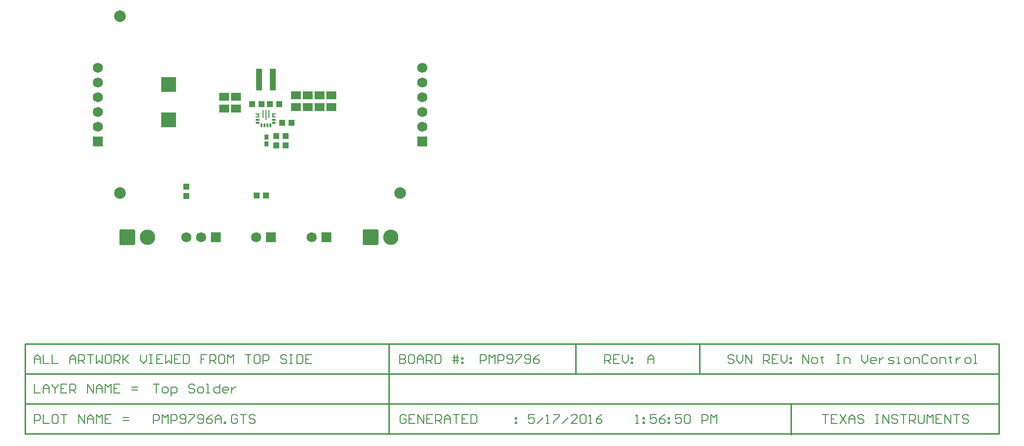
<source format=gts>
G04 Layer_Color=8388736*
%FSAX25Y25*%
%MOIN*%
G70*
G01*
G75*
%ADD22C,0.01000*%
%ADD26C,0.00800*%
G04:AMPARAMS|DCode=43|XSize=23.62mil|YSize=9.84mil|CornerRadius=1.97mil|HoleSize=0mil|Usage=FLASHONLY|Rotation=0.000|XOffset=0mil|YOffset=0mil|HoleType=Round|Shape=RoundedRectangle|*
%AMROUNDEDRECTD43*
21,1,0.02362,0.00591,0,0,0.0*
21,1,0.01969,0.00984,0,0,0.0*
1,1,0.00394,0.00984,-0.00295*
1,1,0.00394,-0.00984,-0.00295*
1,1,0.00394,-0.00984,0.00295*
1,1,0.00394,0.00984,0.00295*
%
%ADD43ROUNDEDRECTD43*%
G04:AMPARAMS|DCode=46|XSize=29.53mil|YSize=9.84mil|CornerRadius=1.97mil|HoleSize=0mil|Usage=FLASHONLY|Rotation=90.000|XOffset=0mil|YOffset=0mil|HoleType=Round|Shape=RoundedRectangle|*
%AMROUNDEDRECTD46*
21,1,0.02953,0.00591,0,0,90.0*
21,1,0.02559,0.00984,0,0,90.0*
1,1,0.00394,0.00295,0.01280*
1,1,0.00394,0.00295,-0.01280*
1,1,0.00394,-0.00295,-0.01280*
1,1,0.00394,-0.00295,0.01280*
%
%ADD46ROUNDEDRECTD46*%
G04:AMPARAMS|DCode=47|XSize=0mil|YSize=5.91mil|CornerRadius=0mil|HoleSize=0mil|Usage=FLASHONLY|Rotation=0.000|XOffset=0mil|YOffset=0mil|HoleType=Round|Shape=RoundedRectangle|*
%AMROUNDEDRECTD47*
21,1,0.00000,0.00591,0,0,0.0*
21,1,0.00000,0.00591,0,0,0.0*
1,1,0.00000,0.00000,-0.00295*
1,1,0.00000,0.00000,-0.00295*
1,1,0.00000,0.00000,0.00295*
1,1,0.00000,0.00000,0.00295*
%
%ADD47ROUNDEDRECTD47*%
%ADD48R,0.04200X0.15000*%
G04:AMPARAMS|DCode=49|XSize=13.45mil|YSize=27.62mil|CornerRadius=3.98mil|HoleSize=0mil|Usage=FLASHONLY|Rotation=270.000|XOffset=0mil|YOffset=0mil|HoleType=Round|Shape=RoundedRectangle|*
%AMROUNDEDRECTD49*
21,1,0.01345,0.01965,0,0,270.0*
21,1,0.00548,0.02762,0,0,270.0*
1,1,0.00797,-0.00983,-0.00274*
1,1,0.00797,-0.00983,0.00274*
1,1,0.00797,0.00983,0.00274*
1,1,0.00797,0.00983,-0.00274*
%
%ADD49ROUNDEDRECTD49*%
G04:AMPARAMS|DCode=50|XSize=13.45mil|YSize=27.62mil|CornerRadius=3.98mil|HoleSize=0mil|Usage=FLASHONLY|Rotation=0.000|XOffset=0mil|YOffset=0mil|HoleType=Round|Shape=RoundedRectangle|*
%AMROUNDEDRECTD50*
21,1,0.01345,0.01965,0,0,0.0*
21,1,0.00548,0.02762,0,0,0.0*
1,1,0.00797,0.00274,-0.00983*
1,1,0.00797,-0.00274,-0.00983*
1,1,0.00797,-0.00274,0.00983*
1,1,0.00797,0.00274,0.00983*
%
%ADD50ROUNDEDRECTD50*%
G04:AMPARAMS|DCode=51|XSize=9.84mil|YSize=53.15mil|CornerRadius=0.93mil|HoleSize=0mil|Usage=FLASHONLY|Rotation=0.000|XOffset=0mil|YOffset=0mil|HoleType=Round|Shape=RoundedRectangle|*
%AMROUNDEDRECTD51*
21,1,0.00984,0.05130,0,0,0.0*
21,1,0.00799,0.05315,0,0,0.0*
1,1,0.00185,0.00400,-0.02565*
1,1,0.00185,-0.00400,-0.02565*
1,1,0.00185,-0.00400,0.02565*
1,1,0.00185,0.00400,0.02565*
%
%ADD51ROUNDEDRECTD51*%
G04:AMPARAMS|DCode=52|XSize=9.84mil|YSize=66.93mil|CornerRadius=0.93mil|HoleSize=0mil|Usage=FLASHONLY|Rotation=0.000|XOffset=0mil|YOffset=0mil|HoleType=Round|Shape=RoundedRectangle|*
%AMROUNDEDRECTD52*
21,1,0.00984,0.06508,0,0,0.0*
21,1,0.00799,0.06693,0,0,0.0*
1,1,0.00185,0.00400,-0.03254*
1,1,0.00185,-0.00400,-0.03254*
1,1,0.00185,-0.00400,0.03254*
1,1,0.00185,0.00400,0.03254*
%
%ADD52ROUNDEDRECTD52*%
%ADD53C,0.07874*%
%ADD54R,0.10046X0.10439*%
%ADD55R,0.06700X0.05400*%
%ADD56R,0.04337X0.04140*%
%ADD57R,0.02762X0.03550*%
%ADD58R,0.04140X0.04337*%
%ADD59C,0.06896*%
G04:AMPARAMS|DCode=60|XSize=68.96mil|YSize=68.96mil|CornerRadius=3.95mil|HoleSize=0mil|Usage=FLASHONLY|Rotation=90.000|XOffset=0mil|YOffset=0mil|HoleType=Round|Shape=RoundedRectangle|*
%AMROUNDEDRECTD60*
21,1,0.06896,0.06106,0,0,90.0*
21,1,0.06106,0.06896,0,0,90.0*
1,1,0.00790,0.03053,0.03053*
1,1,0.00790,0.03053,-0.03053*
1,1,0.00790,-0.03053,-0.03053*
1,1,0.00790,-0.03053,0.03053*
%
%ADD60ROUNDEDRECTD60*%
%ADD61R,0.06896X0.06896*%
G04:AMPARAMS|DCode=62|XSize=68.96mil|YSize=68.96mil|CornerRadius=3.95mil|HoleSize=0mil|Usage=FLASHONLY|Rotation=180.000|XOffset=0mil|YOffset=0mil|HoleType=Round|Shape=RoundedRectangle|*
%AMROUNDEDRECTD62*
21,1,0.06896,0.06106,0,0,180.0*
21,1,0.06106,0.06896,0,0,180.0*
1,1,0.00790,-0.03053,0.03053*
1,1,0.00790,0.03053,0.03053*
1,1,0.00790,0.03053,-0.03053*
1,1,0.00790,-0.03053,-0.03053*
%
%ADD62ROUNDEDRECTD62*%
%ADD63C,0.10400*%
G04:AMPARAMS|DCode=64|XSize=104mil|YSize=104mil|CornerRadius=4mil|HoleSize=0mil|Usage=FLASHONLY|Rotation=0.000|XOffset=0mil|YOffset=0mil|HoleType=Round|Shape=RoundedRectangle|*
%AMROUNDEDRECTD64*
21,1,0.10400,0.09600,0,0,0.0*
21,1,0.09600,0.10400,0,0,0.0*
1,1,0.00800,0.04800,-0.04800*
1,1,0.00800,-0.04800,-0.04800*
1,1,0.00800,-0.04800,0.04800*
1,1,0.00800,0.04800,0.04800*
%
%ADD64ROUNDEDRECTD64*%
G54D22*
X0559400Y0039400D02*
Y0059683D01*
X0440500Y0040050D02*
X0700200D01*
Y0101050D01*
X0286500Y0040050D02*
Y0101050D01*
X0040000Y0040050D02*
Y0101050D01*
X0040050Y0040050D02*
X0197600D01*
X0040050D02*
Y0101050D01*
Y0101050D02*
X0700200D01*
X0040000Y0040050D02*
X0440500D01*
X0040000Y0060383D02*
X0700000D01*
X0040000Y0080717D02*
X0700200D01*
X0413200D02*
Y0101050D01*
X0497200Y0080717D02*
Y0101050D01*
G54D26*
X0126900Y0073549D02*
X0130899D01*
X0128899D01*
Y0067551D01*
X0133898D02*
X0135897D01*
X0136897Y0068550D01*
Y0070550D01*
X0135897Y0071549D01*
X0133898D01*
X0132898Y0070550D01*
Y0068550D01*
X0133898Y0067551D01*
X0138896Y0065551D02*
Y0071549D01*
X0141895D01*
X0142895Y0070550D01*
Y0068550D01*
X0141895Y0067551D01*
X0138896D01*
X0154891Y0072549D02*
X0153891Y0073549D01*
X0151892D01*
X0150892Y0072549D01*
Y0071549D01*
X0151892Y0070550D01*
X0153891D01*
X0154891Y0069550D01*
Y0068550D01*
X0153891Y0067551D01*
X0151892D01*
X0150892Y0068550D01*
X0157890Y0067551D02*
X0159889D01*
X0160889Y0068550D01*
Y0070550D01*
X0159889Y0071549D01*
X0157890D01*
X0156890Y0070550D01*
Y0068550D01*
X0157890Y0067551D01*
X0162888D02*
X0164888D01*
X0163888D01*
Y0073549D01*
X0162888D01*
X0171885D02*
Y0067551D01*
X0168886D01*
X0167887Y0068550D01*
Y0070550D01*
X0168886Y0071549D01*
X0171885D01*
X0176884Y0067551D02*
X0174884D01*
X0173885Y0068550D01*
Y0070550D01*
X0174884Y0071549D01*
X0176884D01*
X0177884Y0070550D01*
Y0069550D01*
X0173885D01*
X0179883Y0071549D02*
Y0067551D01*
Y0069550D01*
X0180883Y0070550D01*
X0181882Y0071549D01*
X0182882D01*
X0126900Y0073549D02*
X0130899D01*
X0128899D01*
Y0067551D01*
X0133898D02*
X0135897D01*
X0136897Y0068550D01*
Y0070550D01*
X0135897Y0071549D01*
X0133898D01*
X0132898Y0070550D01*
Y0068550D01*
X0133898Y0067551D01*
X0138896Y0065551D02*
Y0071549D01*
X0141895D01*
X0142895Y0070550D01*
Y0068550D01*
X0141895Y0067551D01*
X0138896D01*
X0154891Y0072549D02*
X0153891Y0073549D01*
X0151892D01*
X0150892Y0072549D01*
Y0071549D01*
X0151892Y0070550D01*
X0153891D01*
X0154891Y0069550D01*
Y0068550D01*
X0153891Y0067551D01*
X0151892D01*
X0150892Y0068550D01*
X0157890Y0067551D02*
X0159889D01*
X0160889Y0068550D01*
Y0070550D01*
X0159889Y0071549D01*
X0157890D01*
X0156890Y0070550D01*
Y0068550D01*
X0157890Y0067551D01*
X0162888D02*
X0164888D01*
X0163888D01*
Y0073549D01*
X0162888D01*
X0171885D02*
Y0067551D01*
X0168886D01*
X0167887Y0068550D01*
Y0070550D01*
X0168886Y0071549D01*
X0171885D01*
X0176884Y0067551D02*
X0174884D01*
X0173885Y0068550D01*
Y0070550D01*
X0174884Y0071549D01*
X0176884D01*
X0177884Y0070550D01*
Y0069550D01*
X0173885D01*
X0179883Y0071549D02*
Y0067551D01*
Y0069550D01*
X0180883Y0070550D01*
X0181882Y0071549D01*
X0182882D01*
X0580500Y0052965D02*
X0584499D01*
X0582499D01*
Y0046966D01*
X0590497Y0052965D02*
X0586498D01*
Y0046966D01*
X0590497D01*
X0586498Y0049966D02*
X0588497D01*
X0592496Y0052965D02*
X0596495Y0046966D01*
Y0052965D02*
X0592496Y0046966D01*
X0598494D02*
Y0050965D01*
X0600493Y0052965D01*
X0602493Y0050965D01*
Y0046966D01*
Y0049966D01*
X0598494D01*
X0608491Y0051965D02*
X0607491Y0052965D01*
X0605492D01*
X0604492Y0051965D01*
Y0050965D01*
X0605492Y0049966D01*
X0607491D01*
X0608491Y0048966D01*
Y0047966D01*
X0607491Y0046966D01*
X0605492D01*
X0604492Y0047966D01*
X0616488Y0052965D02*
X0618488D01*
X0617488D01*
Y0046966D01*
X0616488D01*
X0618488D01*
X0621487D02*
Y0052965D01*
X0625486Y0046966D01*
Y0052965D01*
X0631484Y0051965D02*
X0630484Y0052965D01*
X0628484D01*
X0627485Y0051965D01*
Y0050965D01*
X0628484Y0049966D01*
X0630484D01*
X0631484Y0048966D01*
Y0047966D01*
X0630484Y0046966D01*
X0628484D01*
X0627485Y0047966D01*
X0633483Y0052965D02*
X0637482D01*
X0635482D01*
Y0046966D01*
X0639481D02*
Y0052965D01*
X0642480D01*
X0643480Y0051965D01*
Y0049966D01*
X0642480Y0048966D01*
X0639481D01*
X0641480D02*
X0643480Y0046966D01*
X0645479Y0052965D02*
Y0047966D01*
X0646479Y0046966D01*
X0648478D01*
X0649478Y0047966D01*
Y0052965D01*
X0651477Y0046966D02*
Y0052965D01*
X0653476Y0050965D01*
X0655476Y0052965D01*
Y0046966D01*
X0661474Y0052965D02*
X0657475D01*
Y0046966D01*
X0661474D01*
X0657475Y0049966D02*
X0659474D01*
X0663473Y0046966D02*
Y0052965D01*
X0667472Y0046966D01*
Y0052965D01*
X0669471D02*
X0673470D01*
X0671471D01*
Y0046966D01*
X0679468Y0051965D02*
X0678468Y0052965D01*
X0676469D01*
X0675469Y0051965D01*
Y0050965D01*
X0676469Y0049966D01*
X0678468D01*
X0679468Y0048966D01*
Y0047966D01*
X0678468Y0046966D01*
X0676469D01*
X0675469Y0047966D01*
X0454050Y0046966D02*
X0456049D01*
X0455050D01*
Y0052965D01*
X0454050Y0051965D01*
X0459048Y0050965D02*
X0460048D01*
Y0049966D01*
X0459048D01*
Y0050965D01*
Y0047966D02*
X0460048D01*
Y0046966D01*
X0459048D01*
Y0047966D01*
X0468046Y0052965D02*
X0464047D01*
Y0049966D01*
X0466046Y0050965D01*
X0467046D01*
X0468046Y0049966D01*
Y0047966D01*
X0467046Y0046966D01*
X0465046D01*
X0464047Y0047966D01*
X0474044Y0052965D02*
X0472044Y0051965D01*
X0470045Y0049966D01*
Y0047966D01*
X0471044Y0046966D01*
X0473044D01*
X0474044Y0047966D01*
Y0048966D01*
X0473044Y0049966D01*
X0470045D01*
X0476043Y0050965D02*
X0477043D01*
Y0049966D01*
X0476043D01*
Y0050965D01*
Y0047966D02*
X0477043D01*
Y0046966D01*
X0476043D01*
Y0047966D01*
X0485040Y0052965D02*
X0481041D01*
Y0049966D01*
X0483041Y0050965D01*
X0484040D01*
X0485040Y0049966D01*
Y0047966D01*
X0484040Y0046966D01*
X0482041D01*
X0481041Y0047966D01*
X0487039Y0051965D02*
X0488039Y0052965D01*
X0490038D01*
X0491038Y0051965D01*
Y0047966D01*
X0490038Y0046966D01*
X0488039D01*
X0487039Y0047966D01*
Y0051965D01*
X0499035Y0046966D02*
Y0052965D01*
X0502035D01*
X0503034Y0051965D01*
Y0049966D01*
X0502035Y0048966D01*
X0499035D01*
X0505033Y0046966D02*
Y0052965D01*
X0507033Y0050965D01*
X0509032Y0052965D01*
Y0046966D01*
X0046350D02*
Y0052965D01*
X0049349D01*
X0050349Y0051965D01*
Y0049966D01*
X0049349Y0048966D01*
X0046350D01*
X0052348Y0052965D02*
Y0046966D01*
X0056347D01*
X0061345Y0052965D02*
X0059346D01*
X0058346Y0051965D01*
Y0047966D01*
X0059346Y0046966D01*
X0061345D01*
X0062345Y0047966D01*
Y0051965D01*
X0061345Y0052965D01*
X0064344D02*
X0068343D01*
X0066343D01*
Y0046966D01*
X0076340D02*
Y0052965D01*
X0080339Y0046966D01*
Y0052965D01*
X0082338Y0046966D02*
Y0050965D01*
X0084338Y0052965D01*
X0086337Y0050965D01*
Y0046966D01*
Y0049966D01*
X0082338D01*
X0088336Y0046966D02*
Y0052965D01*
X0090336Y0050965D01*
X0092335Y0052965D01*
Y0046966D01*
X0098333Y0052965D02*
X0094335D01*
Y0046966D01*
X0098333D01*
X0094335Y0049966D02*
X0096334D01*
X0106331Y0048966D02*
X0110329D01*
X0106331Y0050965D02*
X0110329D01*
X0046350Y0073549D02*
Y0067551D01*
X0050349D01*
X0052348D02*
Y0071549D01*
X0054347Y0073549D01*
X0056347Y0071549D01*
Y0067551D01*
Y0070550D01*
X0052348D01*
X0058346Y0073549D02*
Y0072549D01*
X0060346Y0070550D01*
X0062345Y0072549D01*
Y0073549D01*
X0060346Y0070550D02*
Y0067551D01*
X0068343Y0073549D02*
X0064344D01*
Y0067551D01*
X0068343D01*
X0064344Y0070550D02*
X0066343D01*
X0070342Y0067551D02*
Y0073549D01*
X0073341D01*
X0074341Y0072549D01*
Y0070550D01*
X0073341Y0069550D01*
X0070342D01*
X0072342D02*
X0074341Y0067551D01*
X0082338D02*
Y0073549D01*
X0086337Y0067551D01*
Y0073549D01*
X0088336Y0067551D02*
Y0071549D01*
X0090336Y0073549D01*
X0092335Y0071549D01*
Y0067551D01*
Y0070550D01*
X0088336D01*
X0094335Y0067551D02*
Y0073549D01*
X0096334Y0071549D01*
X0098333Y0073549D01*
Y0067551D01*
X0104331Y0073549D02*
X0100332D01*
Y0067551D01*
X0104331D01*
X0100332Y0070550D02*
X0102332D01*
X0112329Y0069550D02*
X0116327D01*
X0112329Y0071549D02*
X0116327D01*
X0294000Y0093831D02*
Y0087833D01*
X0296999D01*
X0297999Y0088833D01*
Y0089833D01*
X0296999Y0090832D01*
X0294000D01*
X0296999D01*
X0297999Y0091832D01*
Y0092832D01*
X0296999Y0093831D01*
X0294000D01*
X0302997D02*
X0300998D01*
X0299998Y0092832D01*
Y0088833D01*
X0300998Y0087833D01*
X0302997D01*
X0303997Y0088833D01*
Y0092832D01*
X0302997Y0093831D01*
X0305996Y0087833D02*
Y0091832D01*
X0307996Y0093831D01*
X0309995Y0091832D01*
Y0087833D01*
Y0090832D01*
X0305996D01*
X0311994Y0087833D02*
Y0093831D01*
X0314993D01*
X0315993Y0092832D01*
Y0090832D01*
X0314993Y0089833D01*
X0311994D01*
X0313994D02*
X0315993Y0087833D01*
X0317992Y0093831D02*
Y0087833D01*
X0320991D01*
X0321991Y0088833D01*
Y0092832D01*
X0320991Y0093831D01*
X0317992D01*
X0330988Y0087833D02*
Y0093831D01*
X0332987D02*
Y0087833D01*
X0329988Y0091832D02*
X0332987D01*
X0333987D01*
X0329988Y0089833D02*
X0333987D01*
X0335986Y0091832D02*
X0336986D01*
Y0090832D01*
X0335986D01*
Y0091832D01*
Y0088833D02*
X0336986D01*
Y0087833D01*
X0335986D01*
Y0088833D01*
X0348550Y0087833D02*
Y0093831D01*
X0351549D01*
X0352549Y0092832D01*
Y0090832D01*
X0351549Y0089833D01*
X0348550D01*
X0354548Y0087833D02*
Y0093831D01*
X0356547Y0091832D01*
X0358547Y0093831D01*
Y0087833D01*
X0360546D02*
Y0093831D01*
X0363545D01*
X0364545Y0092832D01*
Y0090832D01*
X0363545Y0089833D01*
X0360546D01*
X0366544Y0088833D02*
X0367544Y0087833D01*
X0369543D01*
X0370543Y0088833D01*
Y0092832D01*
X0369543Y0093831D01*
X0367544D01*
X0366544Y0092832D01*
Y0091832D01*
X0367544Y0090832D01*
X0370543D01*
X0372542Y0093831D02*
X0376541D01*
Y0092832D01*
X0372542Y0088833D01*
Y0087833D01*
X0378540Y0088833D02*
X0379540Y0087833D01*
X0381539D01*
X0382539Y0088833D01*
Y0092832D01*
X0381539Y0093831D01*
X0379540D01*
X0378540Y0092832D01*
Y0091832D01*
X0379540Y0090832D01*
X0382539D01*
X0388537Y0093831D02*
X0386538Y0092832D01*
X0384538Y0090832D01*
Y0088833D01*
X0385538Y0087833D01*
X0387537D01*
X0388537Y0088833D01*
Y0089833D01*
X0387537Y0090832D01*
X0384538D01*
X0462150Y0087833D02*
Y0091832D01*
X0464149Y0093831D01*
X0466149Y0091832D01*
Y0087833D01*
Y0090832D01*
X0462150D01*
X0046350Y0087833D02*
Y0091832D01*
X0048349Y0093831D01*
X0050349Y0091832D01*
Y0087833D01*
Y0090832D01*
X0046350D01*
X0052348Y0093831D02*
Y0087833D01*
X0056347D01*
X0058346Y0093831D02*
Y0087833D01*
X0062345D01*
X0070342D02*
Y0091832D01*
X0072342Y0093831D01*
X0074341Y0091832D01*
Y0087833D01*
Y0090832D01*
X0070342D01*
X0076340Y0087833D02*
Y0093831D01*
X0079339D01*
X0080339Y0092832D01*
Y0090832D01*
X0079339Y0089833D01*
X0076340D01*
X0078340D02*
X0080339Y0087833D01*
X0082338Y0093831D02*
X0086337D01*
X0084338D01*
Y0087833D01*
X0088336Y0093831D02*
Y0087833D01*
X0090336Y0089833D01*
X0092335Y0087833D01*
Y0093831D01*
X0097334D02*
X0095334D01*
X0094335Y0092832D01*
Y0088833D01*
X0095334Y0087833D01*
X0097334D01*
X0098333Y0088833D01*
Y0092832D01*
X0097334Y0093831D01*
X0100332Y0087833D02*
Y0093831D01*
X0103332D01*
X0104331Y0092832D01*
Y0090832D01*
X0103332Y0089833D01*
X0100332D01*
X0102332D02*
X0104331Y0087833D01*
X0106331Y0093831D02*
Y0087833D01*
Y0089833D01*
X0110329Y0093831D01*
X0107330Y0090832D01*
X0110329Y0087833D01*
X0118327Y0093831D02*
Y0089833D01*
X0120326Y0087833D01*
X0122325Y0089833D01*
Y0093831D01*
X0124325D02*
X0126324D01*
X0125324D01*
Y0087833D01*
X0124325D01*
X0126324D01*
X0133322Y0093831D02*
X0129323D01*
Y0087833D01*
X0133322D01*
X0129323Y0090832D02*
X0131323D01*
X0135321Y0093831D02*
Y0087833D01*
X0137321Y0089833D01*
X0139320Y0087833D01*
Y0093831D01*
X0145318D02*
X0141319D01*
Y0087833D01*
X0145318D01*
X0141319Y0090832D02*
X0143319D01*
X0147317Y0093831D02*
Y0087833D01*
X0150316D01*
X0151316Y0088833D01*
Y0092832D01*
X0150316Y0093831D01*
X0147317D01*
X0163312D02*
X0159313D01*
Y0090832D01*
X0161313D01*
X0159313D01*
Y0087833D01*
X0165312D02*
Y0093831D01*
X0168310D01*
X0169310Y0092832D01*
Y0090832D01*
X0168310Y0089833D01*
X0165312D01*
X0167311D02*
X0169310Y0087833D01*
X0174309Y0093831D02*
X0172309D01*
X0171310Y0092832D01*
Y0088833D01*
X0172309Y0087833D01*
X0174309D01*
X0175308Y0088833D01*
Y0092832D01*
X0174309Y0093831D01*
X0177308Y0087833D02*
Y0093831D01*
X0179307Y0091832D01*
X0181306Y0093831D01*
Y0087833D01*
X0189304Y0093831D02*
X0193303D01*
X0191303D01*
Y0087833D01*
X0198301Y0093831D02*
X0196301D01*
X0195302Y0092832D01*
Y0088833D01*
X0196301Y0087833D01*
X0198301D01*
X0199301Y0088833D01*
Y0092832D01*
X0198301Y0093831D01*
X0201300Y0087833D02*
Y0093831D01*
X0204299D01*
X0205299Y0092832D01*
Y0090832D01*
X0204299Y0089833D01*
X0201300D01*
X0217295Y0092832D02*
X0216295Y0093831D01*
X0214296D01*
X0213296Y0092832D01*
Y0091832D01*
X0214296Y0090832D01*
X0216295D01*
X0217295Y0089833D01*
Y0088833D01*
X0216295Y0087833D01*
X0214296D01*
X0213296Y0088833D01*
X0219294Y0093831D02*
X0221293D01*
X0220294D01*
Y0087833D01*
X0219294D01*
X0221293D01*
X0224292Y0093831D02*
Y0087833D01*
X0227291D01*
X0228291Y0088833D01*
Y0092832D01*
X0227291Y0093831D01*
X0224292D01*
X0234289D02*
X0230291D01*
Y0087833D01*
X0234289D01*
X0230291Y0090832D02*
X0232290D01*
X0298199Y0051965D02*
X0297199Y0052965D01*
X0295200D01*
X0294200Y0051965D01*
Y0047966D01*
X0295200Y0046966D01*
X0297199D01*
X0298199Y0047966D01*
Y0049966D01*
X0296199D01*
X0304197Y0052965D02*
X0300198D01*
Y0046966D01*
X0304197D01*
X0300198Y0049966D02*
X0302197D01*
X0306196Y0046966D02*
Y0052965D01*
X0310195Y0046966D01*
Y0052965D01*
X0316193D02*
X0312194D01*
Y0046966D01*
X0316193D01*
X0312194Y0049966D02*
X0314194D01*
X0318192Y0046966D02*
Y0052965D01*
X0321191D01*
X0322191Y0051965D01*
Y0049966D01*
X0321191Y0048966D01*
X0318192D01*
X0320192D02*
X0322191Y0046966D01*
X0324190D02*
Y0050965D01*
X0326190Y0052965D01*
X0328189Y0050965D01*
Y0046966D01*
Y0049966D01*
X0324190D01*
X0330188Y0052965D02*
X0334187D01*
X0332188D01*
Y0046966D01*
X0340185Y0052965D02*
X0336186D01*
Y0046966D01*
X0340185D01*
X0336186Y0049966D02*
X0338186D01*
X0342184Y0052965D02*
Y0046966D01*
X0345183D01*
X0346183Y0047966D01*
Y0051965D01*
X0345183Y0052965D01*
X0342184D01*
X0372175Y0050965D02*
X0373175D01*
Y0049966D01*
X0372175D01*
Y0050965D01*
Y0047966D02*
X0373175D01*
Y0046966D01*
X0372175D01*
Y0047966D01*
X0385149Y0052965D02*
X0381150D01*
Y0049966D01*
X0383149Y0050965D01*
X0384149D01*
X0385149Y0049966D01*
Y0047966D01*
X0384149Y0046966D01*
X0382150D01*
X0381150Y0047966D01*
X0387148Y0046966D02*
X0391147Y0050965D01*
X0393146Y0046966D02*
X0395146D01*
X0394146D01*
Y0052965D01*
X0393146Y0051965D01*
X0398145Y0052965D02*
X0402143D01*
Y0051965D01*
X0398145Y0047966D01*
Y0046966D01*
X0404143D02*
X0408141Y0050965D01*
X0414139Y0046966D02*
X0410141D01*
X0414139Y0050965D01*
Y0051965D01*
X0413140Y0052965D01*
X0411140D01*
X0410141Y0051965D01*
X0416139D02*
X0417138Y0052965D01*
X0419138D01*
X0420137Y0051965D01*
Y0047966D01*
X0419138Y0046966D01*
X0417138D01*
X0416139Y0047966D01*
Y0051965D01*
X0422137Y0046966D02*
X0424136D01*
X0423136D01*
Y0052965D01*
X0422137Y0051965D01*
X0431134Y0052965D02*
X0429135Y0051965D01*
X0427135Y0049966D01*
Y0047966D01*
X0428135Y0046966D01*
X0430134D01*
X0431134Y0047966D01*
Y0048966D01*
X0430134Y0049966D01*
X0427135D01*
X0126900Y0046966D02*
Y0052965D01*
X0129899D01*
X0130899Y0051965D01*
Y0049966D01*
X0129899Y0048966D01*
X0126900D01*
X0132898Y0046966D02*
Y0052965D01*
X0134897Y0050965D01*
X0136897Y0052965D01*
Y0046966D01*
X0138896D02*
Y0052965D01*
X0141895D01*
X0142895Y0051965D01*
Y0049966D01*
X0141895Y0048966D01*
X0138896D01*
X0144894Y0047966D02*
X0145894Y0046966D01*
X0147893D01*
X0148893Y0047966D01*
Y0051965D01*
X0147893Y0052965D01*
X0145894D01*
X0144894Y0051965D01*
Y0050965D01*
X0145894Y0049966D01*
X0148893D01*
X0150892Y0052965D02*
X0154891D01*
Y0051965D01*
X0150892Y0047966D01*
Y0046966D01*
X0156890Y0047966D02*
X0157890Y0046966D01*
X0159889D01*
X0160889Y0047966D01*
Y0051965D01*
X0159889Y0052965D01*
X0157890D01*
X0156890Y0051965D01*
Y0050965D01*
X0157890Y0049966D01*
X0160889D01*
X0166887Y0052965D02*
X0164888Y0051965D01*
X0162888Y0049966D01*
Y0047966D01*
X0163888Y0046966D01*
X0165887D01*
X0166887Y0047966D01*
Y0048966D01*
X0165887Y0049966D01*
X0162888D01*
X0168886Y0046966D02*
Y0050965D01*
X0170886Y0052965D01*
X0172885Y0050965D01*
Y0046966D01*
Y0049966D01*
X0168886D01*
X0174884Y0046966D02*
Y0047966D01*
X0175884D01*
Y0046966D01*
X0174884D01*
X0183882Y0051965D02*
X0182882Y0052965D01*
X0180883D01*
X0179883Y0051965D01*
Y0047966D01*
X0180883Y0046966D01*
X0182882D01*
X0183882Y0047966D01*
Y0049966D01*
X0181882D01*
X0185881Y0052965D02*
X0189880D01*
X0187880D01*
Y0046966D01*
X0195878Y0051965D02*
X0194878Y0052965D01*
X0192879D01*
X0191879Y0051965D01*
Y0050965D01*
X0192879Y0049966D01*
X0194878D01*
X0195878Y0048966D01*
Y0047966D01*
X0194878Y0046966D01*
X0192879D01*
X0191879Y0047966D01*
X0433000Y0087833D02*
Y0093831D01*
X0435999D01*
X0436999Y0092832D01*
Y0090832D01*
X0435999Y0089833D01*
X0433000D01*
X0434999D02*
X0436999Y0087833D01*
X0442997Y0093831D02*
X0438998D01*
Y0087833D01*
X0442997D01*
X0438998Y0090832D02*
X0440997D01*
X0444996Y0093831D02*
Y0089833D01*
X0446995Y0087833D01*
X0448995Y0089833D01*
Y0093831D01*
X0450994Y0091832D02*
X0451994D01*
Y0090832D01*
X0450994D01*
Y0091832D01*
Y0088833D02*
X0451994D01*
Y0087833D01*
X0450994D01*
Y0088833D01*
X0520799Y0092832D02*
X0519799Y0093831D01*
X0517800D01*
X0516800Y0092832D01*
Y0091832D01*
X0517800Y0090832D01*
X0519799D01*
X0520799Y0089833D01*
Y0088833D01*
X0519799Y0087833D01*
X0517800D01*
X0516800Y0088833D01*
X0522798Y0093831D02*
Y0089833D01*
X0524797Y0087833D01*
X0526797Y0089833D01*
Y0093831D01*
X0528796Y0087833D02*
Y0093831D01*
X0532795Y0087833D01*
Y0093831D01*
X0540792Y0087833D02*
Y0093831D01*
X0543791D01*
X0544791Y0092832D01*
Y0090832D01*
X0543791Y0089833D01*
X0540792D01*
X0542792D02*
X0544791Y0087833D01*
X0550789Y0093831D02*
X0546790D01*
Y0087833D01*
X0550789D01*
X0546790Y0090832D02*
X0548790D01*
X0552788Y0093831D02*
Y0089833D01*
X0554788Y0087833D01*
X0556787Y0089833D01*
Y0093831D01*
X0558786Y0091832D02*
X0559786D01*
Y0090832D01*
X0558786D01*
Y0091832D01*
Y0088833D02*
X0559786D01*
Y0087833D01*
X0558786D01*
Y0088833D01*
X0567400Y0087833D02*
Y0093831D01*
X0571399Y0087833D01*
Y0093831D01*
X0574398Y0087833D02*
X0576397D01*
X0577397Y0088833D01*
Y0090832D01*
X0576397Y0091832D01*
X0574398D01*
X0573398Y0090832D01*
Y0088833D01*
X0574398Y0087833D01*
X0580396Y0092832D02*
Y0091832D01*
X0579396D01*
X0581395D01*
X0580396D01*
Y0088833D01*
X0581395Y0087833D01*
X0590393Y0093831D02*
X0592392D01*
X0591392D01*
Y0087833D01*
X0590393D01*
X0592392D01*
X0595391D02*
Y0091832D01*
X0598390D01*
X0599390Y0090832D01*
Y0087833D01*
X0607387Y0093831D02*
Y0089833D01*
X0609386Y0087833D01*
X0611386Y0089833D01*
Y0093831D01*
X0616384Y0087833D02*
X0614385D01*
X0613385Y0088833D01*
Y0090832D01*
X0614385Y0091832D01*
X0616384D01*
X0617384Y0090832D01*
Y0089833D01*
X0613385D01*
X0619383Y0091832D02*
Y0087833D01*
Y0089833D01*
X0620383Y0090832D01*
X0621383Y0091832D01*
X0622382D01*
X0625381Y0087833D02*
X0628380D01*
X0629380Y0088833D01*
X0628380Y0089833D01*
X0626381D01*
X0625381Y0090832D01*
X0626381Y0091832D01*
X0629380D01*
X0631379Y0087833D02*
X0633379D01*
X0632379D01*
Y0091832D01*
X0631379D01*
X0637377Y0087833D02*
X0639377D01*
X0640376Y0088833D01*
Y0090832D01*
X0639377Y0091832D01*
X0637377D01*
X0636378Y0090832D01*
Y0088833D01*
X0637377Y0087833D01*
X0642376D02*
Y0091832D01*
X0645375D01*
X0646374Y0090832D01*
Y0087833D01*
X0652373Y0092832D02*
X0651373Y0093831D01*
X0649373D01*
X0648374Y0092832D01*
Y0088833D01*
X0649373Y0087833D01*
X0651373D01*
X0652373Y0088833D01*
X0655372Y0087833D02*
X0657371D01*
X0658371Y0088833D01*
Y0090832D01*
X0657371Y0091832D01*
X0655372D01*
X0654372Y0090832D01*
Y0088833D01*
X0655372Y0087833D01*
X0660370D02*
Y0091832D01*
X0663369D01*
X0664369Y0090832D01*
Y0087833D01*
X0667368Y0092832D02*
Y0091832D01*
X0666368D01*
X0668367D01*
X0667368D01*
Y0088833D01*
X0668367Y0087833D01*
X0671366Y0091832D02*
Y0087833D01*
Y0089833D01*
X0672366Y0090832D01*
X0673366Y0091832D01*
X0674365D01*
X0678364Y0087833D02*
X0680364D01*
X0681363Y0088833D01*
Y0090832D01*
X0680364Y0091832D01*
X0678364D01*
X0677364Y0090832D01*
Y0088833D01*
X0678364Y0087833D01*
X0683362D02*
X0685362D01*
X0684362D01*
Y0093831D01*
X0683362D01*
G54D43*
X0208712Y0255083D02*
D03*
Y0257051D02*
D03*
X0197688D02*
D03*
Y0255083D02*
D03*
G54D46*
X0208023Y0256067D02*
D03*
X0198377D02*
D03*
G54D47*
X0208712D02*
D03*
D03*
X0197688D02*
D03*
D03*
G54D48*
X0207810Y0280432D02*
D03*
X0198511D02*
D03*
G54D49*
X0208712Y0253114D02*
D03*
Y0251146D02*
D03*
X0197688Y0253114D02*
D03*
Y0251146D02*
D03*
G54D50*
X0206153Y0249472D02*
D03*
X0204184D02*
D03*
X0202216D02*
D03*
X0200247D02*
D03*
G54D51*
X0205169Y0257051D02*
D03*
X0201232D02*
D03*
G54D52*
X0203200Y0256362D02*
D03*
G54D53*
X0104200Y0323400D02*
D03*
X0294200Y0203400D02*
D03*
X0104200D02*
D03*
G54D54*
X0137410Y0276865D02*
D03*
Y0253046D02*
D03*
G54D55*
X0174926Y0268805D02*
D03*
Y0260805D02*
D03*
X0247600Y0269800D02*
D03*
Y0261800D02*
D03*
X0183004Y0268805D02*
D03*
Y0260805D02*
D03*
X0223521Y0269791D02*
D03*
Y0261791D02*
D03*
X0231544Y0269791D02*
D03*
Y0261791D02*
D03*
X0239567Y0269791D02*
D03*
Y0261791D02*
D03*
G54D56*
X0212351Y0263788D02*
D03*
X0206052D02*
D03*
X0203150Y0201800D02*
D03*
X0196850D02*
D03*
X0220650Y0251100D02*
D03*
X0214350D02*
D03*
X0216650Y0241900D02*
D03*
X0210350D02*
D03*
X0216750Y0235600D02*
D03*
X0210450D02*
D03*
X0200208Y0263822D02*
D03*
X0193908D02*
D03*
G54D57*
X0203600Y0236738D02*
D03*
Y0241462D02*
D03*
G54D58*
X0149200Y0201350D02*
D03*
Y0207650D02*
D03*
G54D59*
X0309200Y0288400D02*
D03*
Y0278400D02*
D03*
Y0258400D02*
D03*
Y0248400D02*
D03*
Y0268400D02*
D03*
X0149200Y0173400D02*
D03*
X0159200D02*
D03*
X0234200D02*
D03*
X0196700D02*
D03*
X0089200Y0288400D02*
D03*
Y0278400D02*
D03*
Y0258400D02*
D03*
Y0248400D02*
D03*
Y0268400D02*
D03*
G54D60*
X0309200Y0238400D02*
D03*
X0089200D02*
D03*
G54D61*
X0169200Y0173400D02*
D03*
G54D62*
X0244200D02*
D03*
X0206700D02*
D03*
G54D63*
X0123000D02*
D03*
X0288000D02*
D03*
G54D64*
X0109200D02*
D03*
X0274200D02*
D03*
M02*

</source>
